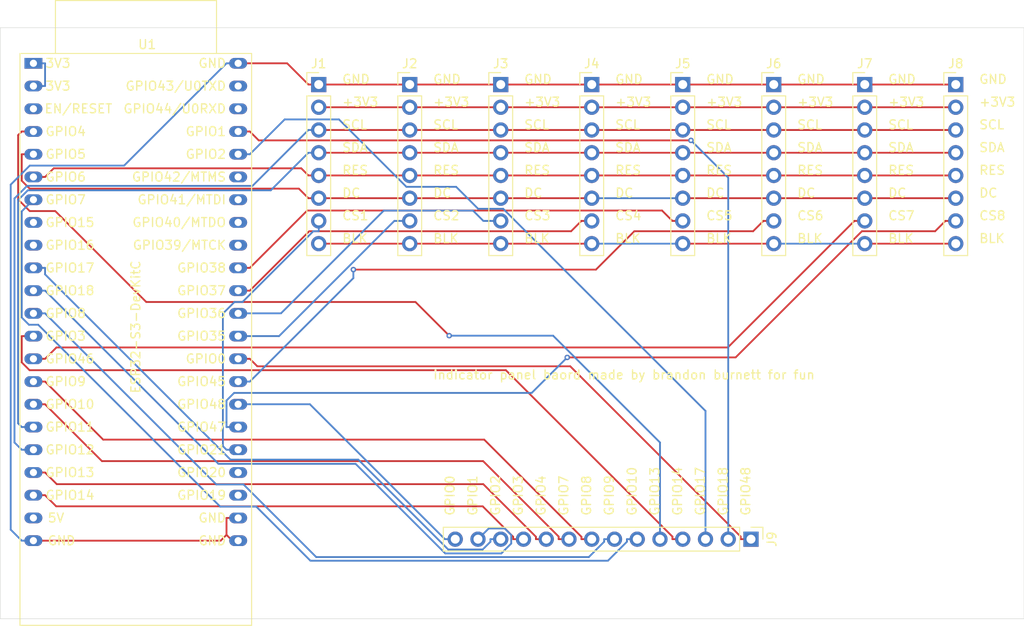
<source format=kicad_pcb>
(kicad_pcb (version 20221018) (generator pcbnew)
  (layers (0 "F.Cu" signal) (31 "B.Cu" signal) (34 "B.Paste" user) (35 "F.Paste" user) (36 "B.SilkS" user "B.Silkscreen") (37 "F.SilkS" user "F.Silkscreen") (38 "B.Mask" user) (39 "F.Mask" user) (44 "Edge.Cuts" user))
  (net 0 "")
  (net 1 "GND")
  (net 2 "+3V3")
  (net 3 "/SCL")
  (net 4 "/SDA")
  (net 5 "/RES")
  (net 6 "/DC")
  (net 7 "/CS1")
  (net 8 "/BLK")
  (net 9 "/CS2")
  (net 10 "/CS3")
  (net 11 "/CS4")
  (net 12 "/CS5")
  (net 13 "/CS6")
  (net 14 "/CS7")
  (net 15 "/CS8")
  (net 16 "/GPIO0")
  (net 17 "/GPIO1")
  (net 18 "/GPIO2")
  (net 19 "/GPIO3")
  (net 20 "/GPIO4")
  (net 21 "/GPIO7")
  (net 22 "/GPIO8")
  (net 23 "/GPIO9")
  (net 24 "/GPIO10")
  (net 25 "/GPIO13")
  (net 26 "/GPIO14")
  (net 27 "/GPIO17")
  (net 28 "/GPIO18")
  (net 29 "/GPIO48")
  (net 30 "+3.3V")
  (footprint "Connector_PinHeader_2.54mm:PinHeader_1x08_P2.54mm_Vertical" (layer "F.Cu") (at 78.74 43.18)
    (fp_text reference "J2" (at 0 -2.33) (layer "F.SilkS"))
    (fp_text value "OLED2")
    (pad "1" thru_hole rect (at 0 0) (size 1.7 1.7) (drill 1) (layers "*.Cu" "*.Mask") (net 1 "GND"))
    (pad "2" thru_hole oval (at 0 2.54) (size 1.7 1.7) (drill 1) (layers "*.Cu" "*.Mask") (net 2 "+3V3"))
    (pad "3" thru_hole oval (at 0 5.08) (size 1.7 1.7) (drill 1) (layers "*.Cu" "*.Mask") (net 3 "/SCL"))
    (pad "4" thru_hole oval (at 0 7.62) (size 1.7 1.7) (drill 1) (layers "*.Cu" "*.Mask") (net 4 "/SDA"))
    (pad "5" thru_hole oval (at 0 10.16) (size 1.7 1.7) (drill 1) (layers "*.Cu" "*.Mask") (net 5 "/RES"))
    (pad "6" thru_hole oval (at 0 12.7) (size 1.7 1.7) (drill 1) (layers "*.Cu" "*.Mask") (net 6 "/DC"))
    (pad "7" thru_hole oval (at 0 15.24) (size 1.7 1.7) (drill 1) (layers "*.Cu" "*.Mask") (net 9 "/CS2"))
    (pad "8" thru_hole oval (at 0 17.78) (size 1.7 1.7) (drill 1) (layers "*.Cu" "*.Mask") (net 8 "/BLK"))
  )
  (footprint "Connector_PinHeader_2.54mm:PinHeader_1x08_P2.54mm_Vertical" (layer "F.Cu") (at 88.9 43.18)
    (fp_text reference "J3" (at 0 -2.33) (layer "F.SilkS"))
    (fp_text value "OLED3")
    (pad "1" thru_hole rect (at 0 0) (size 1.7 1.7) (drill 1) (layers "*.Cu" "*.Mask") (net 1 "GND"))
    (pad "2" thru_hole oval (at 0 2.54) (size 1.7 1.7) (drill 1) (layers "*.Cu" "*.Mask") (net 2 "+3V3"))
    (pad "3" thru_hole oval (at 0 5.08) (size 1.7 1.7) (drill 1) (layers "*.Cu" "*.Mask") (net 3 "/SCL"))
    (pad "4" thru_hole oval (at 0 7.62) (size 1.7 1.7) (drill 1) (layers "*.Cu" "*.Mask") (net 4 "/SDA"))
    (pad "5" thru_hole oval (at 0 10.16) (size 1.7 1.7) (drill 1) (layers "*.Cu" "*.Mask") (net 5 "/RES"))
    (pad "6" thru_hole oval (at 0 12.7) (size 1.7 1.7) (drill 1) (layers "*.Cu" "*.Mask") (net 6 "/DC"))
    (pad "7" thru_hole oval (at 0 15.24) (size 1.7 1.7) (drill 1) (layers "*.Cu" "*.Mask") (net 10 "/CS3"))
    (pad "8" thru_hole oval (at 0 17.78) (size 1.7 1.7) (drill 1) (layers "*.Cu" "*.Mask") (net 8 "/BLK"))
  )
  (footprint "Connector_PinHeader_2.54mm:PinHeader_1x08_P2.54mm_Vertical" (layer "F.Cu") (at 109.22 43.18)
    (fp_text reference "J5" (at 0 -2.33) (layer "F.SilkS"))
    (fp_text value "OLED5")
    (pad "1" thru_hole rect (at 0 0) (size 1.7 1.7) (drill 1) (layers "*.Cu" "*.Mask") (net 1 "GND"))
    (pad "2" thru_hole oval (at 0 2.54) (size 1.7 1.7) (drill 1) (layers "*.Cu" "*.Mask") (net 2 "+3V3"))
    (pad "3" thru_hole oval (at 0 5.08) (size 1.7 1.7) (drill 1) (layers "*.Cu" "*.Mask") (net 3 "/SCL"))
    (pad "4" thru_hole oval (at 0 7.62) (size 1.7 1.7) (drill 1) (layers "*.Cu" "*.Mask") (net 4 "/SDA"))
    (pad "5" thru_hole oval (at 0 10.16) (size 1.7 1.7) (drill 1) (layers "*.Cu" "*.Mask") (net 5 "/RES"))
    (pad "6" thru_hole oval (at 0 12.7) (size 1.7 1.7) (drill 1) (layers "*.Cu" "*.Mask") (net 6 "/DC"))
    (pad "7" thru_hole oval (at 0 15.24) (size 1.7 1.7) (drill 1) (layers "*.Cu" "*.Mask") (net 12 "/CS5"))
    (pad "8" thru_hole oval (at 0 17.78) (size 1.7 1.7) (drill 1) (layers "*.Cu" "*.Mask") (net 8 "/BLK"))
  )
  (footprint "Connector_PinHeader_2.54mm:PinHeader_1x08_P2.54mm_Vertical" (layer "F.Cu") (at 119.38 43.18)
    (fp_text reference "J6" (at 0 -2.33) (layer "F.SilkS"))
    (fp_text value "OLED6" hide)
    (pad "1" thru_hole rect (at 0 0) (size 1.7 1.7) (drill 1) (layers "*.Cu" "*.Mask") (net 1 "GND"))
    (pad "2" thru_hole oval (at 0 2.54) (size 1.7 1.7) (drill 1) (layers "*.Cu" "*.Mask") (net 2 "+3V3"))
    (pad "3" thru_hole oval (at 0 5.08) (size 1.7 1.7) (drill 1) (layers "*.Cu" "*.Mask") (net 3 "/SCL"))
    (pad "4" thru_hole oval (at 0 7.62) (size 1.7 1.7) (drill 1) (layers "*.Cu" "*.Mask") (net 4 "/SDA"))
    (pad "5" thru_hole oval (at 0 10.16) (size 1.7 1.7) (drill 1) (layers "*.Cu" "*.Mask") (net 5 "/RES"))
    (pad "6" thru_hole oval (at 0 12.7) (size 1.7 1.7) (drill 1) (layers "*.Cu" "*.Mask") (net 6 "/DC"))
    (pad "7" thru_hole oval (at 0 15.24) (size 1.7 1.7) (drill 1) (layers "*.Cu" "*.Mask") (net 13 "/CS6"))
    (pad "8" thru_hole oval (at 0 17.78) (size 1.7 1.7) (drill 1) (layers "*.Cu" "*.Mask") (net 8 "/BLK"))
  )
  (footprint "Connector_PinHeader_2.54mm:PinHeader_1x08_P2.54mm_Vertical" (layer "F.Cu") (at 99.06 43.18)
    (fp_text reference "J4" (at 0 -2.33) (layer "F.SilkS"))
    (fp_text value "OLED4")
    (pad "1" thru_hole rect (at 0 0) (size 1.7 1.7) (drill 1) (layers "*.Cu" "*.Mask") (net 1 "GND"))
    (pad "2" thru_hole oval (at 0 2.54) (size 1.7 1.7) (drill 1) (layers "*.Cu" "*.Mask") (net 2 "+3V3"))
    (pad "3" thru_hole oval (at 0 5.08) (size 1.7 1.7) (drill 1) (layers "*.Cu" "*.Mask") (net 3 "/SCL"))
    (pad "4" thru_hole oval (at 0 7.62) (size 1.7 1.7) (drill 1) (layers "*.Cu" "*.Mask") (net 4 "/SDA"))
    (pad "5" thru_hole oval (at 0 10.16) (size 1.7 1.7) (drill 1) (layers "*.Cu" "*.Mask") (net 5 "/RES"))
    (pad "6" thru_hole oval (at 0 12.7) (size 1.7 1.7) (drill 1) (layers "*.Cu" "*.Mask") (net 6 "/DC"))
    (pad "7" thru_hole oval (at 0 15.24) (size 1.7 1.7) (drill 1) (layers "*.Cu" "*.Mask") (net 11 "/CS4"))
    (pad "8" thru_hole oval (at 0 17.78) (size 1.7 1.7) (drill 1) (layers "*.Cu" "*.Mask") (net 8 "/BLK"))
  )
  (footprint "Connector_PinHeader_2.54mm:PinHeader_1x08_P2.54mm_Vertical" (layer "F.Cu") (at 129.54 43.18)
    (fp_text reference "J7" (at 0 -2.33) (layer "F.SilkS"))
    (fp_text value "OLED7" hide)
    (pad "1" thru_hole rect (at 0 0) (size 1.7 1.7) (drill 1) (layers "*.Cu" "*.Mask") (net 1 "GND"))
    (pad "2" thru_hole oval (at 0 2.54) (size 1.7 1.7) (drill 1) (layers "*.Cu" "*.Mask") (net 2 "+3V3"))
    (pad "3" thru_hole oval (at 0 5.08) (size 1.7 1.7) (drill 1) (layers "*.Cu" "*.Mask") (net 3 "/SCL"))
    (pad "4" thru_hole oval (at 0 7.62) (size 1.7 1.7) (drill 1) (layers "*.Cu" "*.Mask") (net 4 "/SDA"))
    (pad "5" thru_hole oval (at 0 10.16) (size 1.7 1.7) (drill 1) (layers "*.Cu" "*.Mask") (net 5 "/RES"))
    (pad "6" thru_hole oval (at 0 12.7) (size 1.7 1.7) (drill 1) (layers "*.Cu" "*.Mask") (net 6 "/DC"))
    (pad "7" thru_hole oval (at 0 15.24) (size 1.7 1.7) (drill 1) (layers "*.Cu" "*.Mask") (net 14 "/CS7"))
    (pad "8" thru_hole oval (at 0 17.78) (size 1.7 1.7) (drill 1) (layers "*.Cu" "*.Mask") (net 8 "/BLK"))
  )
  (footprint "Connector_PinHeader_2.54mm:PinHeader_1x08_P2.54mm_Vertical" (layer "F.Cu") (at 68.58 43.18)
    (fp_text reference "J1" (at 0 -2.33) (layer "F.SilkS"))
    (fp_text value "OLED1")
    (pad "1" thru_hole rect (at 0 0) (size 1.7 1.7) (drill 1) (layers "*.Cu" "*.Mask") (net 1 "GND"))
    (pad "2" thru_hole oval (at 0 2.54) (size 1.7 1.7) (drill 1) (layers "*.Cu" "*.Mask") (net 2 "+3V3"))
    (pad "3" thru_hole oval (at 0 5.08) (size 1.7 1.7) (drill 1) (layers "*.Cu" "*.Mask") (net 3 "/SCL"))
    (pad "4" thru_hole oval (at 0 7.62) (size 1.7 1.7) (drill 1) (layers "*.Cu" "*.Mask") (net 4 "/SDA"))
    (pad "5" thru_hole oval (at 0 10.16) (size 1.7 1.7) (drill 1) (layers "*.Cu" "*.Mask") (net 5 "/RES"))
    (pad "6" thru_hole oval (at 0 12.7) (size 1.7 1.7) (drill 1) (layers "*.Cu" "*.Mask") (net 6 "/DC"))
    (pad "7" thru_hole oval (at 0 15.24) (size 1.7 1.7) (drill 1) (layers "*.Cu" "*.Mask") (net 7 "/CS1"))
    (pad "8" thru_hole oval (at 0 17.78) (size 1.7 1.7) (drill 1) (layers "*.Cu" "*.Mask") (net 8 "/BLK"))
  )
  (footprint "Connector_PinHeader_2.54mm:PinHeader_1x14_P2.54mm_Vertical" (layer "F.Cu") (at 116.84 93.98 -90)
    (fp_text reference "J9" (at 0 -2.33 90) (layer "F.SilkS"))
    (fp_text value "Conn_01x14")
    (pad "1" thru_hole rect (at 0 0 270) (size 1.7 1.7) (drill 1) (layers "*.Cu" "*.Mask") (net 16 "/GPIO0"))
    (pad "2" thru_hole oval (at 0 2.54 270) (size 1.7 1.7) (drill 1) (layers "*.Cu" "*.Mask") (net 17 "/GPIO1"))
    (pad "3" thru_hole oval (at 0 5.08 270) (size 1.7 1.7) (drill 1) (layers "*.Cu" "*.Mask") (net 18 "/GPIO2"))
    (pad "4" thru_hole oval (at 0 7.62 270) (size 1.7 1.7) (drill 1) (layers "*.Cu" "*.Mask") (net 19 "/GPIO3"))
    (pad "5" thru_hole oval (at 0 10.16 270) (size 1.7 1.7) (drill 1) (layers "*.Cu" "*.Mask") (net 20 "/GPIO4"))
    (pad "6" thru_hole oval (at 0 12.7 270) (size 1.7 1.7) (drill 1) (layers "*.Cu" "*.Mask") (net 21 "/GPIO7"))
    (pad "7" thru_hole oval (at 0 15.24 270) (size 1.7 1.7) (drill 1) (layers "*.Cu" "*.Mask") (net 22 "/GPIO8"))
    (pad "8" thru_hole oval (at 0 17.78 270) (size 1.7 1.7) (drill 1) (layers "*.Cu" "*.Mask") (net 23 "/GPIO9"))
    (pad "9" thru_hole oval (at 0 20.32 270) (size 1.7 1.7) (drill 1) (layers "*.Cu" "*.Mask") (net 24 "/GPIO10"))
    (pad "10" thru_hole oval (at 0 22.86 270) (size 1.7 1.7) (drill 1) (layers "*.Cu" "*.Mask") (net 25 "/GPIO13"))
    (pad "11" thru_hole oval (at 0 25.4 270) (size 1.7 1.7) (drill 1) (layers "*.Cu" "*.Mask") (net 26 "/GPIO14"))
    (pad "12" thru_hole oval (at 0 27.94 270) (size 1.7 1.7) (drill 1) (layers "*.Cu" "*.Mask") (net 27 "/GPIO17"))
    (pad "13" thru_hole oval (at 0 30.48 270) (size 1.7 1.7) (drill 1) (layers "*.Cu" "*.Mask") (net 28 "/GPIO18"))
    (pad "14" thru_hole oval (at 0 33.02 270) (size 1.7 1.7) (drill 1) (layers "*.Cu" "*.Mask") (net 29 "/GPIO48"))
  )
  (footprint "PCM_Espressif:ESP32-S3-DevKitC" (layer "F.Cu") (at 36.725 40.8081)
    (fp_text reference "U1" (at 12.7 -2.1) (layer "F.SilkS"))
    (fp_text value "ESP32-S3-DevKitC" (at 11.42632 29.46128 90) (layer "F.SilkS"))
    (fp_text user "GPIO17" (at 1.27 22.86 unlocked) (layer "F.SilkS") (effects (justify left)))
    (fp_text user "3V3" (at 1.27 0 unlocked) (layer "F.SilkS") (effects (justify left)))
    (fp_text user "GPIO8" (at 1.27 27.94 unlocked) (layer "F.SilkS") (effects (justify left)))
    (fp_text user "GND" (at 21.59 53.34 unlocked) (layer "F.SilkS") (effects (justify right)))
    (fp_text user "GPIO46" (at 1.27 33.02 unlocked) (layer "F.SilkS") (effects (justify left)))
    (fp_text user "GND" (at 1.52032 53.33728 unlocked) (layer "F.SilkS") (effects (justify left)))
    (fp_text user "3V3" (at 1.27 2.54 unlocked) (layer "F.SilkS") (effects (justify left)))
    (fp_text user "GPIO14" (at 1.27 48.26 unlocked) (layer "F.SilkS") (effects (justify left)))
    (fp_text user "GND" (at 21.59 50.8 unlocked) (layer "F.SilkS") (effects (justify right)))
    (fp_text user "GPIO18" (at 1.27 25.4 unlocked) (layer "F.SilkS") (effects (justify left)))
    (fp_text user "GPIO37" (at 21.59 25.4 unlocked) (layer "F.SilkS") (effects (justify right)))
    (fp_text user "GPIO15" (at 1.27 17.78 unlocked) (layer "F.SilkS") (effects (justify left)))
    (fp_text user "GPIO13" (at 1.27 45.72 unlocked) (layer "F.SilkS") (effects (justify left)))
    (fp_text user "GPIO9" (at 1.27 35.56 unlocked) (layer "F.SilkS") (effects (justify left)))
    (fp_text user "GPIO21" (at 21.59 43.18 unlocked) (layer "F.SilkS") (effects (justify right)))
    (fp_text user "GPIO2" (at 21.59 10.16 unlocked) (layer "F.SilkS") (effects (justify right)))
    (fp_text user "GPIO41/MTDI" (at 21.59 15.24 unlocked) (layer "F.SilkS") (effects (justify right)))
    (fp_text user "GPIO44/U0RXD" (at 21.59 5.08 unlocked) (layer "F.SilkS") (effects (justify right)))
    (fp_text user "GPIO6" (at 1.27 12.7 unlocked) (layer "F.SilkS") (effects (justify left)))
    (fp_text user "GPIO43/U0TXD" (at 21.59 2.54 unlocked) (layer "F.SilkS") (effects (justify right)))
    (fp_text user "GPIO1" (at 21.59 7.62 unlocked) (layer "F.SilkS") (effects (justify right)))
    (fp_text user "GPIO19" (at 21.59 48.26 unlocked) (layer "F.SilkS") (effects (justify right)))
    (fp_text user "GPIO3" (at 1.27 30.48 unlocked) (layer "F.SilkS") (effects (justify left)))
    (fp_text user "5V" (at 1.52032 50.79728 unlocked) (layer "F.SilkS") (effects (justify left)))
    (fp_text user "GND" (at 21.59 0 unlocked) (layer "F.SilkS") (effects (justify right)))
    (fp_text user "GPIO12" (at 1.27 43.18 unlocked) (layer "F.SilkS") (effects (justify left)))
    (fp_text user "GPIO11" (at 1.27 40.64 unlocked) (layer "F.SilkS") (effects (justify left)))
    (fp_text user "GPIO0" (at 21.59 33.02 unlocked) (layer "F.SilkS") (effects (justify right)))
    (fp_text user "GPIO39/MTCK" (at 21.59 20.32 unlocked) (layer "F.SilkS") (effects (justify right)))
    (fp_text user "GPIO35" (at 21.59 30.48 unlocked) (layer "F.SilkS") (effects (justify right)))
    (fp_text user "GPIO42/MTMS" (at 21.59 12.7 unlocked) (layer "F.SilkS") (effects (justify right)))
    (fp_text user "GPIO7" (at 1.27 15.24 unlocked) (layer "F.SilkS") (effects (justify left)))
    (fp_text user "EN/RESET" (at 8.88632 5.07728 unlocked) (layer "F.SilkS") (effects (justify right)))
    (fp_text user "GPIO10" (at 1.27 38.1 unlocked) (layer "F.SilkS") (effects (justify left)))
    (fp_text user "GPIO47" (at 21.59 40.64 unlocked) (layer "F.SilkS") (effects (justify right)))
    (fp_text user "GPIO36" (at 21.59 27.94 unlocked) (layer "F.SilkS") (effects (justify right)))
    (fp_text user "GPIO16" (at 1.27 20.32 unlocked) (layer "F.SilkS") (effects (justify left)))
    (fp_text user "GPIO5" (at 1.27 10.16 unlocked) (layer "F.SilkS") (effects (justify left)))
    (fp_text user "GPIO38" (at 21.59 22.86 unlocked) (layer "F.SilkS") (effects (justify right)))
    (fp_text user "GPIO48" (at 21.59 38.1 unlocked) (layer "F.SilkS") (effects (justify right)))
    (fp_text user "GPIO20" (at 21.59 45.72 unlocked) (layer "F.SilkS") (effects (justify right)))
    (fp_text user "GPIO40/MTDO" (at 21.59 17.78 unlocked) (layer "F.SilkS") (effects (justify right)))
    (fp_text user "GPIO45" (at 21.59 35.56 unlocked) (layer "F.SilkS") (effects (justify right)))
    (fp_text user "GPIO4" (at 1.27 7.62 unlocked) (layer "F.SilkS") (effects (justify left)))
    (pad "1" thru_hole rect (at 0 0 270) (size 1.2 2) (drill 0.8) (layers "*.Cu" "*.Mask") (net 30 "+3.3V"))
    (pad "2" thru_hole oval (at 0 2.54 270) (size 1.2 2) (drill 0.8) (layers "*.Cu" "*.Mask") (net 30 "+3.3V"))
    (pad "3" thru_hole oval (at 0 5.08 270) (size 1.2 2) (drill 0.8) (layers "*.Cu" "*.Mask"))
    (pad "4" thru_hole oval (at 0 7.62 270) (size 1.2 2) (drill 0.8) (layers "*.Cu" "*.Mask") (net 20 "/GPIO4"))
    (pad "5" thru_hole oval (at 0 10.16 270) (size 1.2 2) (drill 0.8) (layers "*.Cu" "*.Mask") (net 6 "/DC"))
    (pad "6" thru_hole oval (at 0 12.7 270) (size 1.2 2) (drill 0.8) (layers "*.Cu" "*.Mask") (net 5 "/RES"))
    (pad "7" thru_hole oval (at 0 15.24 270) (size 1.2 2) (drill 0.8) (layers "*.Cu" "*.Mask") (net 21 "/GPIO7"))
    (pad "8" thru_hole oval (at 0 17.78 270) (size 1.2 2) (drill 0.8) (layers "*.Cu" "*.Mask"))
    (pad "9" thru_hole oval (at 0 20.32 270) (size 1.2 2) (drill 0.8) (layers "*.Cu" "*.Mask"))
    (pad "10" thru_hole oval (at 0 22.86 270) (size 1.2 2) (drill 0.8) (layers "*.Cu" "*.Mask") (net 27 "/GPIO17"))
    (pad "11" thru_hole oval (at 0 25.4 270) (size 1.2 2) (drill 0.8) (layers "*.Cu" "*.Mask") (net 28 "/GPIO18"))
    (pad "12" thru_hole oval (at 0 27.94 270) (size 1.2 2) (drill 0.8) (layers "*.Cu" "*.Mask") (net 22 "/GPIO8"))
    (pad "13" thru_hole oval (at 0 30.48 270) (size 1.2 2) (drill 0.8) (layers "*.Cu" "*.Mask") (net 19 "/GPIO3"))
    (pad "14" thru_hole oval (at 0 33.02 270) (size 1.2 2) (drill 0.8) (layers "*.Cu" "*.Mask") (net 14 "/CS7"))
    (pad "15" thru_hole oval (at 0 35.56 270) (size 1.2 2) (drill 0.8) (layers "*.Cu" "*.Mask") (net 23 "/GPIO9"))
    (pad "16" thru_hole oval (at 0 38.1 270) (size 1.2 2) (drill 0.8) (layers "*.Cu" "*.Mask") (net 24 "/GPIO10"))
    (pad "17" thru_hole oval (at 0 40.64 270) (size 1.2 2) (drill 0.8) (layers "*.Cu" "*.Mask") (net 4 "/SDA"))
    (pad "18" thru_hole oval (at 0 43.18 270) (size 1.2 2) (drill 0.8) (layers "*.Cu" "*.Mask") (net 3 "/SCL"))
    (pad "19" thru_hole oval (at 0 45.72 270) (size 1.2 2) (drill 0.8) (layers "*.Cu" "*.Mask") (net 25 "/GPIO13"))
    (pad "20" thru_hole oval (at -0.00368 48.25728 270) (size 1.2 2) (drill 0.8) (layers "*.Cu" "*.Mask") (net 26 "/GPIO14"))
    (pad "21" thru_hole oval (at -0.00368 50.79728 270) (size 1.2 2) (drill 0.8) (layers "*.Cu" "*.Mask"))
    (pad "22" thru_hole oval (at -0.00368 53.33728 270) (size 1.2 2) (drill 0.8) (layers "*.Cu" "*.Mask") (net 1 "GND"))
    (pad "23" thru_hole oval (at 22.86 53.34 270) (size 1.2 2) (drill 0.8) (layers "*.Cu" "*.Mask") (net 1 "GND"))
    (pad "24" thru_hole oval (at 22.86 50.8 270) (size 1.2 2) (drill 0.8) (layers "*.Cu" "*.Mask") (net 1 "GND"))
    (pad "25" thru_hole oval (at 22.86 48.26 270) (size 1.2 2) (drill 0.8) (layers "*.Cu" "*.Mask"))
    (pad "26" thru_hole oval (at 22.86 45.72 270) (size 1.2 2) (drill 0.8) (layers "*.Cu" "*.Mask"))
    (pad "27" thru_hole oval (at 22.86 43.18 270) (size 1.2 2) (drill 0.8) (layers "*.Cu" "*.Mask") (net 7 "/CS1"))
    (pad "28" thru_hole oval (at 22.86 40.64 270) (size 1.2 2) (drill 0.8) (layers "*.Cu" "*.Mask") (net 15 "/CS8"))
    (pad "29" thru_hole oval (at 22.86 38.1 270) (size 1.2 2) (drill 0.8) (layers "*.Cu" "*.Mask") (net 29 "/GPIO48"))
    (pad "30" thru_hole oval (at 22.86 35.56 270) (size 1.2 2) (drill 0.8) (layers "*.Cu" "*.Mask") (net 13 "/CS6"))
    (pad "31" thru_hole oval (at 22.86 33.02 270) (size 1.2 2) (drill 0.8) (layers "*.Cu" "*.Mask") (net 16 "/GPIO0"))
    (pad "32" thru_hole oval (at 22.86 30.48 270) (size 1.2 2) (drill 0.8) (layers "*.Cu" "*.Mask") (net 9 "/CS2"))
    (pad "33" thru_hole oval (at 22.86 27.94 270) (size 1.2 2) (drill 0.8) (layers "*.Cu" "*.Mask") (net 10 "/CS3"))
    (pad "34" thru_hole oval (at 22.86 25.4 270) (size 1.2 2) (drill 0.8) (layers "*.Cu" "*.Mask") (net 11 "/CS4"))
    (pad "35" thru_hole oval (at 22.86 22.86 270) (size 1.2 2) (drill 0.8) (layers "*.Cu" "*.Mask") (net 12 "/CS5"))
    (pad "36" thru_hole oval (at 22.86 20.32 270) (size 1.2 2) (drill 0.8) (layers "*.Cu" "*.Mask"))
    (pad "37" thru_hole oval (at 22.86 17.78 270) (size 1.2 2) (drill 0.8) (layers "*.Cu" "*.Mask"))
    (pad "38" thru_hole oval (at 22.86 15.24 270) (size 1.2 2) (drill 0.8) (layers "*.Cu" "*.Mask"))
    (pad "39" thru_hole oval (at 22.86 12.7 270) (size 1.2 2) (drill 0.8) (layers "*.Cu" "*.Mask"))
    (pad "40" thru_hole oval (at 22.86 10.16 270) (size 1.2 2) (drill 0.8) (layers "*.Cu" "*.Mask") (net 18 "/GPIO2"))
    (pad "41" thru_hole oval (at 22.86 7.62 270) (size 1.2 2) (drill 0.8) (layers "*.Cu" "*.Mask") (net 17 "/GPIO1"))
    (pad "42" thru_hole oval (at 22.86 5.08 270) (size 1.2 2) (drill 0.8) (layers "*.Cu" "*.Mask"))
    (pad "43" thru_hole oval (at 22.86 2.54 270) (size 1.2 2) (drill 0.8) (layers "*.Cu" "*.Mask"))
    (pad "44" thru_hole oval (at 22.86 0 270) (size 1.2 2) (drill 0.8) (layers "*.Cu" "*.Mask") (net 1 "GND"))
  )
  (footprint "Connector_PinHeader_2.54mm:PinHeader_1x08_P2.54mm_Vertical" (layer "F.Cu") (at 139.7 43.18)
    (fp_text reference "J8" (at 0 -2.33) (layer "F.SilkS"))
    (fp_text value "OLED8")
    (pad "1" thru_hole rect (at 0 0) (size 1.7 1.7) (drill 1) (layers "*.Cu" "*.Mask") (net 1 "GND"))
    (pad "2" thru_hole oval (at 0 2.54) (size 1.7 1.7) (drill 1) (layers "*.Cu" "*.Mask") (net 2 "+3V3"))
    (pad "3" thru_hole oval (at 0 5.08) (size 1.7 1.7) (drill 1) (layers "*.Cu" "*.Mask") (net 3 "/SCL"))
    (pad "4" thru_hole oval (at 0 7.62) (size 1.7 1.7) (drill 1) (layers "*.Cu" "*.Mask") (net 4 "/SDA"))
    (pad "5" thru_hole oval (at 0 10.16) (size 1.7 1.7) (drill 1) (layers "*.Cu" "*.Mask") (net 5 "/RES"))
    (pad "6" thru_hole oval (at 0 12.7) (size 1.7 1.7) (drill 1) (layers "*.Cu" "*.Mask") (net 6 "/DC"))
    (pad "7" thru_hole oval (at 0 15.24) (size 1.7 1.7) (drill 1) (layers "*.Cu" "*.Mask") (net 15 "/CS8"))
    (pad "8" thru_hole oval (at 0 17.78) (size 1.7 1.7) (drill 1) (layers "*.Cu" "*.Mask") (net 8 "/BLK"))
  )
  (gr_rect (start 33.02 36.83) (end 147.32 102.87) (stroke (width 0.05)) (fill none) (layer "Edge.Cuts"))
  (gr_text "CS4" (at 101.6 58.42) (layer "F.SilkS") (effects (font (size 1 1)) (justify left bottom)))
  (gr_text "+3V3" (at 121.92 45.72) (layer "F.SilkS") (effects (font (size 1 1)) (justify left bottom)))
  (gr_text "RES" (at 111.76 53.34) (layer "F.SilkS") (effects (font (size 1 1)) (justify left bottom)))
  (gr_text "GPIO17" (at 111.76 91.44 90) (layer "F.SilkS") (effects (font (size 1 1)) (justify left bottom)))
  (gr_text "BLK\n" (at 132.08 60.96) (layer "F.SilkS") (effects (font (size 1 1)) (justify left bottom)))
  (gr_text "CS7" (at 132.08 58.42) (layer "F.SilkS") (effects (font (size 1 1)) (justify left bottom)))
  (gr_text "GND" (at 111.76 43.18) (layer "F.SilkS") (effects (font (size 1 1)) (justify left bottom)))
  (gr_text "+3V3" (at 101.6 45.72) (layer "F.SilkS") (effects (font (size 1 1)) (justify left bottom)))
  (gr_text "GND" (at 71.12 43.18) (layer "F.SilkS") (effects (font (size 1 1)) (justify left bottom)))
  (gr_text "CS5" (at 111.76 58.42) (layer "F.SilkS") (effects (font (size 1 1)) (justify left bottom)))
  (gr_text "GND" (at 81.28 43.18) (layer "F.SilkS") (effects (font (size 1 1)) (justify left bottom)))
  (gr_text "SDA" (at 132.08 50.8) (layer "F.SilkS") (effects (font (size 1 1)) (justify left bottom)))
  (gr_text "SDA" (at 71.12 50.8) (layer "F.SilkS") (effects (font (size 1 1)) (justify left bottom)))
  (gr_text "RES" (at 101.6 53.34) (layer "F.SilkS") (effects (font (size 1 1)) (justify left bottom)))
  (gr_text "DC" (at 142.24 55.88) (layer "F.SilkS") (effects (font (size 1 1)) (justify left bottom)))
  (gr_text "SCL" (at 142.24 48.26) (layer "F.SilkS") (effects (font (size 1 1)) (justify left bottom)))
  (gr_text "SDA" (at 81.28 50.8) (layer "F.SilkS") (effects (font (size 1 1)) (justify left bottom)))
  (gr_text "RES" (at 81.28 53.34) (layer "F.SilkS") (effects (font (size 1 1)) (justify left bottom)))
  (gr_text "GPIO48" (at 116.84 91.44 90) (layer "F.SilkS") (effects (font (size 1 1)) (justify left bottom)))
  (gr_text "BLK\n" (at 81.28 60.96) (layer "F.SilkS") (effects (font (size 1 1)) (justify left bottom)))
  (gr_text "DC" (at 91.44 55.88) (layer "F.SilkS") (effects (font (size 1 1)) (justify left bottom)))
  (gr_text "GPIO13" (at 106.68 91.44 90) (layer "F.SilkS") (effects (font (size 1 1)) (justify left bottom)))
  (gr_text "SDA" (at 101.6 50.8) (layer "F.SilkS") (effects (font (size 1 1)) (justify left bottom)))
  (gr_text "+3V3" (at 71.12 45.72) (layer "F.SilkS") (effects (font (size 1 1)) (justify left bottom)))
  (gr_text "DC" (at 81.28 55.88) (layer "F.SilkS") (effects (font (size 1 1)) (justify left bottom)))
  (gr_text "BLK\n" (at 91.44 60.96) (layer "F.SilkS") (effects (font (size 1 1)) (justify left bottom)))
  (gr_text "SCL" (at 91.44 48.26) (layer "F.SilkS") (effects (font (size 1 1)) (justify left bottom)))
  (gr_text "GND" (at 132.08 43.18) (layer "F.SilkS") (effects (font (size 1 1)) (justify left bottom)))
  (gr_text "RES" (at 132.08 53.34) (layer "F.SilkS") (effects (font (size 1 1)) (justify left bottom)))
  (gr_text "GPIO0" (at 83.82 91.44 90) (layer "F.SilkS") (effects (font (size 1 1)) (justify left bottom)))
  (gr_text "GPIO2" (at 88.9 91.44 90) (layer "F.SilkS") (effects (font (size 1 1)) (justify left bottom)))
  (gr_text "SCL" (at 111.76 48.26) (layer "F.SilkS") (effects (font (size 1 1)) (justify left bottom)))
  (gr_text "SCL" (at 101.6 48.26) (layer "F.SilkS") (effects (font (size 1 1)) (justify left bottom)))
  (gr_text "CS2" (at 81.28 58.42) (layer "F.SilkS") (effects (font (size 1 1)) (justify left bottom)))
  (gr_text "RES" (at 91.44 53.34) (layer "F.SilkS") (effects (font (size 1 1)) (justify left bottom)))
  (gr_text "+3V3" (at 91.44 45.72) (layer "F.SilkS") (effects (font (size 1 1)) (justify left bottom)))
  (gr_text "CS8" (at 142.24 58.42) (layer "F.SilkS") (effects (font (size 1 1)) (justify left bottom)))
  (gr_text "SDA" (at 142.24 50.8) (layer "F.SilkS") (effects (font (size 1 1)) (justify left bottom)))
  (gr_text "SDA" (at 91.44 50.8) (layer "F.SilkS") (effects (font (size 1 1)) (justify left bottom)))
  (gr_text "CS3" (at 91.44 58.42) (layer "F.SilkS") (effects (font (size 1 1)) (justify left bottom)))
  (gr_text "BLK\n" (at 121.92 60.96) (layer "F.SilkS") (effects (font (size 1 1)) (justify left bottom)))
  (gr_text "indicator panel baord made by brandon burnett for fun" (at 81.28 76.2) (layer "F.SilkS") (effects (font (size 1 1)) (justify left bottom)))
  (gr_text "GPIO7" (at 96.52 91.44 90) (layer "F.SilkS") (effects (font (size 1 1)) (justify left bottom)))
  (gr_text "RES" (at 121.92 53.34) (layer "F.SilkS") (effects (font (size 1 1)) (justify left bottom)))
  (gr_text "SDA" (at 121.92 50.8) (layer "F.SilkS") (effects (font (size 1 1)) (justify left bottom)))
  (gr_text "GND" (at 91.44 43.18) (layer "F.SilkS") (effects (font (size 1 1)) (justify left bottom)))
  (gr_text "BLK\n" (at 111.76 60.96) (layer "F.SilkS") (effects (font (size 1 1)) (justify left bottom)))
  (gr_text "GPIO18" (at 114.3 91.44 90) (layer "F.SilkS") (effects (font (size 1 1)) (justify left bottom)))
  (gr_text "DC" (at 132.08 55.88) (layer "F.SilkS") (effects (font (size 1 1)) (justify left bottom)))
  (gr_text "CS6" (at 121.92 58.42) (layer "F.SilkS") (effects (font (size 1 1)) (justify left bottom)))
  (gr_text "GPIO8" (at 99.06 91.44 90) (layer "F.SilkS") (effects (font (size 1 1)) (justify left bottom)))
  (gr_text "BLK\n" (at 142.24 60.96) (layer "F.SilkS") (effects (font (size 1 1)) (justify left bottom)))
  (gr_text "DC" (at 111.76 55.88) (layer "F.SilkS") (effects (font (size 1 1)) (justify left bottom)))
  (gr_text "DC" (at 71.12 55.88) (layer "F.SilkS") (effects (font (size 1 1)) (justify left bottom)))
  (gr_text "BLK\n" (at 71.12 60.96) (layer "F.SilkS") (effects (font (size 1 1)) (justify left bottom)))
  (gr_text "GPIO4" (at 93.98 91.44 90) (layer "F.SilkS") (effects (font (size 1 1)) (justify left bottom)))
  (gr_text "DC" (at 101.6 55.88) (layer "F.SilkS") (effects (font (size 1 1)) (justify left bottom)))
  (gr_text "+3V3" (at 132.08 45.72) (layer "F.SilkS") (effects (font (size 1 1)) (justify left bottom)))
  (gr_text "DC" (at 121.92 55.88) (layer "F.SilkS") (effects (font (size 1 1)) (justify left bottom)))
  (gr_text "GPIO3" (at 91.44 91.44 90) (layer "F.SilkS") (effects (font (size 1 1)) (justify left bottom)))
  (gr_text "SDA" (at 111.76 50.8) (layer "F.SilkS") (effects (font (size 1 1)) (justify left bottom)))
  (gr_text "GND" (at 101.6 43.18) (layer "F.SilkS") (effects (font (size 1 1)) (justify left bottom)))
  (gr_text "GPIO1" (at 86.36 91.44 90) (layer "F.SilkS") (effects (font (size 1 1)) (justify left bottom)))
  (gr_text "BLK\n" (at 101.6 60.96) (layer "F.SilkS") (effects (font (size 1 1)) (justify left bottom)))
  (gr_text "GND" (at 121.92 43.18) (layer "F.SilkS") (effects (font (size 1 1)) (justify left bottom)))
  (gr_text "CS1" (at 71.12 58.42) (layer "F.SilkS") (effects (font (size 1 1)) (justify left bottom)))
  (gr_text "GPIO10" (at 104.14 91.44 90) (layer "F.SilkS") (effects (font (size 1 1)) (justify left bottom)))
  (gr_text "GPIO9" (at 101.6 91.44 90) (layer "F.SilkS") (effects (font (size 1 1)) (justify left bottom)))
  (gr_text "SCL" (at 71.12 48.26) (layer "F.SilkS") (effects (font (size 1 1)) (justify left bottom)))
  (gr_text "GND" (at 142.24 43.18) (layer "F.SilkS") (effects (font (size 1 1)) (justify left bottom)))
  (gr_text "RES" (at 71.12 53.34) (layer "F.SilkS") (effects (font (size 1 1)) (justify left bottom)))
  (gr_text "SCL" (at 121.92 48.26) (layer "F.SilkS") (effects (font (size 1 1)) (justify left bottom)))
  (gr_text "RES" (at 142.24 53.34) (layer "F.SilkS") (effects (font (size 1 1)) (justify left bottom)))
  (gr_text "SCL" (at 81.28 48.26) (layer "F.SilkS") (effects (font (size 1 1)) (justify left bottom)))
  (gr_text "+3V3" (at 111.76 45.72) (layer "F.SilkS") (effects (font (size 1 1)) (justify left bottom)))
  (gr_text "+3V3" (at 81.28 45.72) (layer "F.SilkS") (effects (font (size 1 1)) (justify left bottom)))
  (gr_text "+3V3" (at 142.24 45.72) (layer "F.SilkS") (effects (font (size 1 1)) (justify left bottom)))
  (gr_text "SCL" (at 132.08 48.26) (layer "F.SilkS") (effects (font (size 1 1)) (justify left bottom)))
  (gr_text "GPIO14" (at 109.22 91.44 90) (layer "F.SilkS") (effects (font (size 1 1)) (justify left bottom)))
  (segment (start 36.7213 94.1454) (end 57.6348 94.1454) (width 0.2) (layer "F.Cu") (net 1))
  (segment (start 58.9341 94.1481) (end 58.2831 93.4971) (width 0.2) (layer "F.Cu") (net 1))
  (segment (start 59.585 91.6081) (end 58.2831 91.6081) (width 0.2) (layer "F.Cu") (net 1))
  (segment (start 109.22 43.18) (end 119.38 43.18) (width 0.2) (layer "F.Cu") (net 1))
  (segment (start 67.4281 43.18) (end 65.0562 40.8081) (width 0.2) (layer "F.Cu") (net 1))
  (segment (start 65.0562 40.8081) (end 59.585 40.8081) (width 0.2) (layer "F.Cu") (net 1))
  (segment (start 68.58 43.18) (end 67.4281 43.18) (width 0.2) (layer "F.Cu") (net 1))
  (segment (start 78.74 43.18) (end 88.9 43.18) (width 0.2) (layer "F.Cu") (net 1))
  (segment (start 129.54 43.18) (end 139.7 43.18) (width 0.2) (layer "F.Cu") (net 1))
  (segment (start 78.74 43.18) (end 68.58 43.18) (width 0.2) (layer "F.Cu") (net 1))
  (segment (start 119.38 43.18) (end 129.54 43.18) (width 0.2) (layer "F.Cu") (net 1))
  (segment (start 88.9 43.18) (end 99.06 43.18) (width 0.2) (layer "F.Cu") (net 1))
  (segment (start 99.06 43.18) (end 109.22 43.18) (width 0.2) (layer "F.Cu") (net 1))
  (segment (start 58.2831 93.4971) (end 58.2831 91.6081) (width 0.2) (layer "F.Cu") (net 1))
  (segment (start 59.585 94.1481) (end 58.9341 94.1481) (width 0.2) (layer "F.Cu") (net 1))
  (segment (start 57.6348 94.1454) (end 58.2831 93.4971) (width 0.2) (layer "F.Cu") (net 1))
  (segment (start 36.317 52.2381) (end 34.189 54.3661) (width 0.2) (layer "B.Cu") (net 1))
  (segment (start 34.189 92.915) (end 35.4194 94.1454) (width 0.2) (layer "B.Cu") (net 1))
  (segment (start 58.2831 40.8081) (end 46.8531 52.2381) (width 0.2) (layer "B.Cu") (net 1))
  (segment (start 59.585 40.8081) (end 58.2831 40.8081) (width 0.2) (layer "B.Cu") (net 1))
  (segment (start 46.8531 52.2381) (end 36.317 52.2381) (width 0.2) (layer "B.Cu") (net 1))
  (segment (start 36.7213 94.1454) (end 35.4194 94.1454) (width 0.2) (layer "B.Cu") (net 1))
  (segment (start 34.189 54.3661) (end 34.189 92.915) (width 0.2) (layer "B.Cu") (net 1))
  (segment (start 88.9 45.72) (end 99.06 45.72) (width 0.2) (layer "F.Cu") (net 2))
  (segment (start 109.22 45.72) (end 119.38 45.72) (width 0.2) (layer "F.Cu") (net 2))
  (segment (start 68.58 45.72) (end 78.74 45.72) (width 0.2) (layer "F.Cu") (net 2))
  (segment (start 78.74 45.72) (end 88.9 45.72) (width 0.2) (layer "F.Cu") (net 2))
  (segment (start 99.06 45.72) (end 109.22 45.72) (width 0.2) (layer "F.Cu") (net 2))
  (segment (start 119.38 45.72) (end 129.54 45.72) (width 0.2) (layer "F.Cu") (net 2))
  (segment (start 129.54 45.72) (end 139.7 45.72) (width 0.2) (layer "F.Cu") (net 2))
  (segment (start 99.06 48.26) (end 109.22 48.26) (width 0.2) (layer "F.Cu") (net 3))
  (segment (start 109.22 48.26) (end 118.2281 48.26) (width 0.2) (layer "F.Cu") (net 3))
  (segment (start 119.38 48.26) (end 129.54 48.26) (width 0.2) (layer "F.Cu") (net 3))
  (segment (start 78.74 48.26) (end 88.9 48.26) (width 0.2) (layer "F.Cu") (net 3))
  (segment (start 129.54 48.26) (end 139.7 48.26) (width 0.2) (layer "F.Cu") (net 3))
  (segment (start 88.9 48.26) (end 99.06 48.26) (width 0.2) (layer "F.Cu") (net 3))
  (segment (start 68.58 48.26) (end 78.74 48.26) (width 0.2) (layer "F.Cu") (net 3))
  (segment (start 119.38 48.26) (end 118.2281 48.26) (width 0.2) (layer "F.Cu") (net 3))
  (segment (start 34.6124 55.9095) (end 34.6124 83.1774) (width 0.2) (layer "B.Cu") (net 3))
  (segment (start 36.725 83.9881) (end 35.4231 83.9881) (width 0.2) (layer "B.Cu") (net 3))
  (segment (start 36.0172 54.5047) (end 34.6124 55.9095) (width 0.2) (layer "B.Cu") (net 3))
  (segment (start 34.6124 83.1774) (end 35.4231 83.9881) (width 0.2) (layer "B.Cu") (net 3))
  (segment (start 68.58 48.26) (end 67.4281 48.26) (width 0.2) (layer "B.Cu") (net 3))
  (segment (start 67.4281 48.26) (end 61.1834 54.5047) (width 0.2) (layer "B.Cu") (net 3))
  (segment (start 61.1834 54.5047) (end 36.0172 54.5047) (width 0.2) (layer "B.Cu") (net 3))
  (segment (start 119.38 50.8) (end 118.2281 50.8) (width 0.2) (layer "F.Cu") (net 4))
  (segment (start 109.22 50.8) (end 118.2281 50.8) (width 0.2) (layer "F.Cu") (net 4))
  (segment (start 119.38 50.8) (end 129.54 50.8) (width 0.2) (layer "F.Cu") (net 4))
  (segment (start 99.06 50.8) (end 109.22 50.8) (width 0.2) (layer "F.Cu") (net 4))
  (segment (start 88.9 50.8) (end 99.06 50.8) (width 0.2) (layer "F.Cu") (net 4))
  (segment (start 129.54 50.8) (end 139.7 50.8) (width 0.2) (layer "F.Cu") (net 4))
  (segment (start 68.58 50.8) (end 78.74 50.8) (width 0.2) (layer "F.Cu") (net 4))
  (segment (start 78.74 50.8) (end 88.9 50.8) (width 0.2) (layer "F.Cu") (net 4))
  (segment (start 35.4231 81.4481) (end 35.0145 81.0395) (width 0.2) (layer "B.Cu") (net 4))
  (segment (start 36.725 81.4481) (end 35.4231 81.4481) (width 0.2) (layer "B.Cu") (net 4))
  (segment (start 35.0145 56.0831) (end 36.096 55.0016) (width 0.2) (layer "B.Cu") (net 4))
  (segment (start 36.096 55.0016) (end 63.2265 55.0016) (width 0.2) (layer "B.Cu") (net 4))
  (segment (start 63.2265 55.0016) (end 67.4281 50.8) (width 0.2) (layer "B.Cu") (net 4))
  (segment (start 35.0145 81.0395) (end 35.0145 56.0831) (width 0.2) (layer "B.Cu") (net 4))
  (segment (start 68.58 50.8) (end 67.4281 50.8) (width 0.2) (layer "B.Cu") (net 4))
  (segment (start 78.74 53.34) (end 68.58 53.34) (width 0.2) (layer "F.Cu") (net 5))
  (segment (start 119.38 53.34) (end 129.54 53.34) (width 0.2) (layer "F.Cu") (net 5))
  (segment (start 78.74 53.34) (end 88.9 53.34) (width 0.2) (layer "F.Cu") (net 5))
  (segment (start 88.9 53.34) (end 99.06 53.34) (width 0.2) (layer "F.Cu") (net 5))
  (segment (start 68.58 53.34) (end 67.4281 53.34) (width 0.2) (layer "F.Cu") (net 5))
  (segment (start 36.725 53.5081) (end 38.0269 53.5081) (width 0.2) (layer "F.Cu") (net 5))
  (segment (start 38.0269 53.5081) (end 38.9921 52.5429) (width 0.2) (layer "F.Cu") (net 5))
  (segment (start 99.06 53.34) (end 109.22 53.34) (width 0.2) (layer "F.Cu") (net 5))
  (segment (start 109.22 53.34) (end 119.38 53.34) (width 0.2) (layer "F.Cu") (net 5))
  (segment (start 129.54 53.34) (end 139.7 53.34) (width 0.2) (layer "F.Cu") (net 5))
  (segment (start 66.631 52.5429) (end 67.4281 53.34) (width 0.2) (layer "F.Cu") (net 5))
  (segment (start 38.9921 52.5429) (end 66.631 52.5429) (width 0.2) (layer "F.Cu") (net 5))
  (segment (start 35.4231 53.9313) (end 35.4231 50.9681) (width 0.2) (layer "F.Cu") (net 6))
  (segment (start 68.58 55.88) (end 67.4281 55.88) (width 0.2) (layer "F.Cu") (net 6))
  (segment (start 78.74 55.88) (end 88.9 55.88) (width 0.2) (layer "F.Cu") (net 6))
  (segment (start 36.725 50.9681) (end 35.4231 50.9681) (width 0.2) (layer "F.Cu") (net 6))
  (segment (start 36.3024 54.8106) (end 35.4231 53.9313) (width 0.2) (layer "F.Cu") (net 6))
  (segment (start 119.38 55.88) (end 129.54 55.88) (width 0.2) (layer "F.Cu") (net 6))
  (segment (start 78.74 55.88) (end 68.58 55.88) (width 0.2) (layer "F.Cu") (net 6))
  (segment (start 67.4281 55.88) (end 66.3587 54.8106) (width 0.2) (layer "F.Cu") (net 6))
  (segment (start 129.54 55.88) (end 139.7 55.88) (width 0.2) (layer "F.Cu") (net 6))
  (segment (start 109.22 55.88) (end 119.38 55.88) (width 0.2) (layer "F.Cu") (net 6))
  (segment (start 66.3587 54.8106) (end 36.3024 54.8106) (width 0.2) (layer "F.Cu") (net 6))
  (segment (start 88.9 55.88) (end 99.06 55.88) (width 0.2) (layer "F.Cu") (net 6))
  (segment (start 99.06 55.88) (end 109.22 55.88) (width 0.2) (layer "B.Cu") (net 6))
  (segment (start 67.9728 59.5719) (end 60.0666 67.4781) (width 0.2) (layer "B.Cu") (net 7))
  (segment (start 59.1756 67.4781) (end 57.8782 68.7755) (width 0.2) (layer "B.Cu") (net 7))
  (segment (start 60.0666 67.4781) (end 59.1756 67.4781) (width 0.2) (layer "B.Cu") (net 7))
  (segment (start 59.585 83.9881) (end 58.2831 83.9881) (width 0.2) (layer "B.Cu") (net 7))
  (segment (start 68.58 59.5719) (end 67.9728 59.5719) (width 0.2) (layer "B.Cu") (net 7))
  (segment (start 57.8782 83.5832) (end 58.2831 83.9881) (width 0.2) (layer "B.Cu") (net 7))
  (segment (start 57.8782 68.7755) (end 57.8782 83.5832) (width 0.2) (layer "B.Cu") (net 7))
  (segment (start 68.58 58.42) (end 68.58 59.5719) (width 0.2) (layer "B.Cu") (net 7))
  (segment (start 68.58 60.96) (end 78.74 60.96) (width 0.2) (layer "F.Cu") (net 8))
  (segment (start 119.38 60.96) (end 109.22 60.96) (width 0.2) (layer "F.Cu") (net 8))
  (segment (start 88.9 60.96) (end 78.74 60.96) (width 0.2) (layer "F.Cu") (net 8))
  (segment (start 90.0519 60.96) (end 97.9081 60.96) (width 0.2) (layer "F.Cu") (net 8))
  (segment (start 99.06 60.96) (end 97.9081 60.96) (width 0.2) (layer "F.Cu") (net 8))
  (segment (start 129.54 60.96) (end 139.7 60.96) (width 0.2) (layer "F.Cu") (net 8))
  (segment (start 88.9 60.96) (end 90.0519 60.96) (width 0.2) (layer "F.Cu") (net 8))
  (segment (start 129.54 60.96) (end 119.38 60.96) (width 0.2) (layer "B.Cu") (net 8))
  (segment (start 99.06 60.96) (end 109.22 60.96) (width 0.2) (layer "B.Cu") (net 8))
  (segment (start 77.5881 58.42) (end 77.0199 58.42) (width 0.2) (layer "B.Cu") (net 9))
  (segment (start 64.1518 71.2881) (end 59.585 71.2881) (width 0.2) (layer "B.Cu") (net 9))
  (segment (start 78.74 58.42) (end 77.5881 58.42) (width 0.2) (layer "B.Cu") (net 9))
  (segment (start 77.0199 58.42) (end 64.1518 71.2881) (width 0.2) (layer "B.Cu") (net 9))
  (segment (start 75.8432 57.2652) (end 64.3603 68.7481) (width 0.2) (layer "B.Cu") (net 10))
  (segment (start 86.9605 58.42) (end 85.8057 57.2652) (width 0.2) (layer "B.Cu") (net 10))
  (segment (start 88.9 58.42) (end 87.7481 58.42) (width 0.2) (layer "B.Cu") (net 10))
  (segment (start 85.8057 57.2652) (end 75.8432 57.2652) (width 0.2) (layer "B.Cu") (net 10))
  (segment (start 64.3603 68.7481) (end 59.585 68.7481) (width 0.2) (layer "B.Cu") (net 10))
  (segment (start 87.7481 58.42) (end 86.9605 58.42) (width 0.2) (layer "B.Cu") (net 10))
  (segment (start 96.7562 59.5719) (end 67.5231 59.5719) (width 0.2) (layer "F.Cu") (net 11))
  (segment (start 99.06 58.42) (end 97.9081 58.42) (width 0.2) (layer "F.Cu") (net 11))
  (segment (start 67.5231 59.5719) (end 60.8869 66.2081) (width 0.2) (layer "F.Cu") (net 11))
  (segment (start 97.9081 58.42) (end 96.7562 59.5719) (width 0.2) (layer "F.Cu") (net 11))
  (segment (start 59.585 66.2081) (end 60.8869 66.2081) (width 0.2) (layer "F.Cu") (net 11))
  (segment (start 106.9073 57.2592) (end 67.2958 57.2592) (width 0.2) (layer "F.Cu") (net 12))
  (segment (start 67.2958 57.2592) (end 60.8869 63.6681) (width 0.2) (layer "F.Cu") (net 12))
  (segment (start 108.0681 58.42) (end 106.9073 57.2592) (width 0.2) (layer "F.Cu") (net 12))
  (segment (start 109.22 58.42) (end 108.0681 58.42) (width 0.2) (layer "F.Cu") (net 12))
  (segment (start 59.585 63.6681) (end 60.8869 63.6681) (width 0.2) (layer "F.Cu") (net 12))
  (segment (start 103.8168 59.5719) (end 99.5301 63.8586) (width 0.2) (layer "F.Cu") (net 13))
  (segment (start 119.38 58.42) (end 118.2281 58.42) (width 0.2) (layer "F.Cu") (net 13))
  (segment (start 99.5301 63.8586) (end 72.4476 63.8586) (width 0.2) (layer "F.Cu") (net 13))
  (segment (start 118.2281 58.42) (end 117.0762 59.5719) (width 0.2) (layer "F.Cu") (net 13))
  (segment (start 117.0762 59.5719) (end 103.8168 59.5719) (width 0.2) (layer "F.Cu") (net 13))
  (via (at 72.4476 63.8586) (size 0.6) (drill 0.3) (layers "F.Cu" "B.Cu") (net 13))
  (segment (start 59.585 76.3681) (end 60.8869 76.3681) (width 0.2) (layer "B.Cu") (net 13))
  (segment (start 72.4476 63.8586) (end 72.4476 64.8074) (width 0.2) (layer "B.Cu") (net 13))
  (segment (start 72.4476 64.8074) (end 60.8869 76.3681) (width 0.2) (layer "B.Cu") (net 13))
  (segment (start 114.25 72.5581) (end 39.2969 72.5581) (width 0.2) (layer "F.Cu") (net 14))
  (segment (start 128.3881 58.42) (end 114.25 72.5581) (width 0.2) (layer "F.Cu") (net 14))
  (segment (start 36.725 73.8281) (end 38.0269 73.8281) (width 0.2) (layer "F.Cu") (net 14))
  (segment (start 129.54 58.42) (end 128.3881 58.42) (width 0.2) (layer "F.Cu") (net 14))
  (segment (start 39.2969 72.5581) (end 38.0269 73.8281) (width 0.2) (layer "F.Cu") (net 14))
  (segment (start 129.2238 59.5719) (end 115.1243 73.6714) (width 0.2) (layer "F.Cu") (net 15))
  (segment (start 115.1243 73.6714) (end 96.3237 73.6714) (width 0.2) (layer "F.Cu") (net 15))
  (segment (start 138.5481 58.42) (end 137.3962 59.5719) (width 0.2) (layer "F.Cu") (net 15))
  (segment (start 137.3962 59.5719) (end 129.2238 59.5719) (width 0.2) (layer "F.Cu") (net 15))
  (segment (start 139.7 58.42) (end 138.5481 58.42) (width 0.2) (layer "F.Cu") (net 15))
  (via (at 96.3237 73.6714) (size 0.6) (drill 0.3) (layers "F.Cu" "B.Cu") (net 15))
  (segment (start 58.2831 78.4866) (end 58.2831 81.4481) (width 0.2) (layer "B.Cu") (net 15))
  (segment (start 96.3237 73.6714) (end 92.357 77.6381) (width 0.2) (layer "B.Cu") (net 15))
  (segment (start 59.585 81.4481) (end 58.2831 81.4481) (width 0.2) (layer "B.Cu") (net 15))
  (segment (start 92.357 77.6381) (end 59.1316 77.6381) (width 0.2) (layer "B.Cu") (net 15))
  (segment (start 59.1316 77.6381) (end 58.2831 78.4866) (width 0.2) (layer "B.Cu") (net 15))
  (segment (start 115.6881 93.692) (end 96.6619 74.6658) (width 0.2) (layer "F.Cu") (net 16))
  (segment (start 59.585 73.8281) (end 60.8869 73.8281) (width 0.2) (layer "F.Cu") (net 16))
  (segment (start 115.6881 93.98) (end 115.6881 93.692) (width 0.2) (layer "F.Cu") (net 16))
  (segment (start 96.6619 74.6658) (end 61.7246 74.6658) (width 0.2) (layer "F.Cu") (net 16))
  (segment (start 116.84 93.98) (end 115.6881 93.98) (width 0.2) (layer "F.Cu") (net 16))
  (segment (start 61.7246 74.6658) (end 60.8869 73.8281) (width 0.2) (layer "F.Cu") (net 16))
  (segment (start 60.8869 48.4281) (end 61.8794 49.4206) (width 0.2) (layer "F.Cu") (net 17))
  (segment (start 61.8794 49.4206) (end 110.1379 49.4206) (width 0.2) (layer "F.Cu") (net 17))
  (segment (start 59.585 48.4281) (end 60.8869 48.4281) (width 0.2) (layer "F.Cu") (net 17))
  (via (at 110.1379 49.4206) (size 0.6) (drill 0.3) (layers "F.Cu" "B.Cu") (net 17))
  (segment (start 114.3 93.98) (end 114.3 53.5827) (width 0.2) (layer "B.Cu") (net 17))
  (segment (start 114.3 53.5827) (end 110.1379 49.4206) (width 0.2) (layer "B.Cu") (net 17))
  (segment (start 83.9191 54.61) (end 86.3727 57.0636) (width 0.2) (layer "B.Cu") (net 18))
  (segment (start 64.7751 47.0799) (end 70.8385 47.0799) (width 0.2) (layer "B.Cu") (net 18))
  (segment (start 59.585 50.9681) (end 60.8869 50.9681) (width 0.2) (layer "B.Cu") (net 18))
  (segment (start 86.3727 57.0636) (end 89.1726 57.0636) (width 0.2) (layer "B.Cu") (net 18))
  (segment (start 111.76 93.98) (end 111.76 92.8281) (width 0.2) (layer "B.Cu") (net 18))
  (segment (start 78.3686 54.61) (end 83.9191 54.61) (width 0.2) (layer "B.Cu") (net 18))
  (segment (start 111.76 79.651) (end 111.76 92.8281) (width 0.2) (layer "B.Cu") (net 18))
  (segment (start 70.8385 47.0799) (end 78.3686 54.61) (width 0.2) (layer "B.Cu") (net 18))
  (segment (start 89.1726 57.0636) (end 111.76 79.651) (width 0.2) (layer "B.Cu") (net 18))
  (segment (start 60.8869 50.9681) (end 64.7751 47.0799) (width 0.2) (layer "B.Cu") (net 18))
  (segment (start 108.0681 93.692) (end 108.0681 93.98) (width 0.2) (layer "F.Cu") (net 19))
  (segment (start 109.22 93.98) (end 108.0681 93.98) (width 0.2) (layer "F.Cu") (net 19))
  (segment (start 36.2928 75.0996) (end 89.4757 75.0996) (width 0.2) (layer "F.Cu") (net 19))
  (segment (start 35.4231 71.2881) (end 35.4231 74.2299) (width 0.2) (layer "F.Cu") (net 19))
  (segment (start 35.4231 74.2299) (end 36.2928 75.0996) (width 0.2) (layer "F.Cu") (net 19))
  (segment (start 89.4757 75.0996) (end 108.0681 93.692) (width 0.2) (layer "F.Cu") (net 19))
  (segment (start 36.725 71.2881) (end 35.4231 71.2881) (width 0.2) (layer "F.Cu") (net 19))
  (segment (start 39.162 57.3181) (end 49.322 67.4781) (width 0.2) (layer "F.Cu") (net 20))
  (segment (start 79.3821 67.4781) (end 83.1458 71.2418) (width 0.2) (layer "F.Cu") (net 20))
  (segment (start 35.0188 56.0252) (end 36.3117 57.3181) (width 0.2) (layer "F.Cu") (net 20))
  (segment (start 49.322 67.4781) (end 79.3821 67.4781) (width 0.2) (layer "F.Cu") (net 20))
  (segment (start 35.0188 48.8324) (end 35.0188 56.0252) (width 0.2) (layer "F.Cu") (net 20))
  (segment (start 36.725 48.4281) (end 35.4231 48.4281) (width 0.2) (layer "F.Cu") (net 20))
  (segment (start 35.4231 48.4281) (end 35.0188 48.8324) (width 0.2) (layer "F.Cu") (net 20))
  (segment (start 36.3117 57.3181) (end 39.162 57.3181) (width 0.2) (layer "F.Cu") (net 20))
  (via (at 83.1458 71.2418) (size 0.6) (drill 0.3) (layers "F.Cu" "B.Cu") (net 20))
  (segment (start 106.68 83.1763) (end 94.7455 71.2418) (width 0.2) (layer "B.Cu") (net 20))
  (segment (start 106.68 93.98) (end 106.68 83.1763) (width 0.2) (layer "B.Cu") (net 20))
  (segment (start 94.7455 71.2418) (end 83.1458 71.2418) (width 0.2) (layer "B.Cu") (net 20))
  (segment (start 100.8688 96.3873) (end 102.9881 94.268) (width 0.2) (layer "B.Cu") (net 21))
  (segment (start 57.5773 90.3402) (end 61.6056 90.3402) (width 0.2) (layer "B.Cu") (net 21))
  (segment (start 36.2255 70.0181) (end 37.2552 70.0181) (width 0.2) (layer "B.Cu") (net 21))
  (segment (start 37.2552 70.0181) (end 57.5773 90.3402) (width 0.2) (layer "B.Cu") (net 21))
  (segment (start 36.725 56.0481) (end 35.4231 57.35) (width 0.2) (layer "B.Cu") (net 21))
  (segment (start 35.4231 69.2157) (end 36.2255 70.0181) (width 0.2) (layer "B.Cu") (net 21))
  (segment (start 61.6056 90.3402) (end 67.6527 96.3873) (width 0.2) (layer "B.Cu") (net 21))
  (segment (start 102.9881 94.268) (end 102.9881 93.98) (width 0.2) (layer "B.Cu") (net 21))
  (segment (start 67.6527 96.3873) (end 100.8688 96.3873) (width 0.2) (layer "B.Cu") (net 21))
  (segment (start 104.14 93.98) (end 102.9881 93.98) (width 0.2) (layer "B.Cu") (net 21))
  (segment (start 35.4231 57.35) (end 35.4231 69.2157) (width 0.2) (layer "B.Cu") (net 21))
  (segment (start 60.1807 87.8636) (end 57.1424 87.8636) (width 0.2) (layer "B.Cu") (net 22))
  (segment (start 57.1424 87.8636) (end 38.0269 68.7481) (width 0.2) (layer "B.Cu") (net 22))
  (segment (start 98.737 95.9791) (end 68.2962 95.9791) (width 0.2) (layer "B.Cu") (net 22))
  (segment (start 36.725 68.7481) (end 38.0269 68.7481) (width 0.2) (layer "B.Cu") (net 22))
  (segment (start 100.4481 94.268) (end 98.737 95.9791) (width 0.2) (layer "B.Cu") (net 22))
  (segment (start 68.2962 95.9791) (end 60.1807 87.8636) (width 0.2) (layer "B.Cu") (net 22))
  (segment (start 100.4481 93.98) (end 100.4481 94.268) (width 0.2) (layer "B.Cu") (net 22))
  (segment (start 101.6 93.98) (end 100.4481 93.98) (width 0.2) (layer "B.Cu") (net 22))
  (segment (start 36.725 76.3681) (end 38.0269 76.3681) (width 0.2) (layer "F.Cu") (net 23))
  (segment (start 87.0531 82.8565) (end 97.9081 93.7115) (width 0.2) (layer "F.Cu") (net 23))
  (segment (start 38.0269 76.3681) (end 44.5153 82.8565) (width 0.2) (layer "F.Cu") (net 23))
  (segment (start 99.06 93.98) (end 97.9081 93.98) (width 0.2) (layer "F.Cu") (net 23))
  (segment (start 44.5153 82.8565) (end 87.0531 82.8565) (width 0.2) (layer "F.Cu") (net 23))
  (segment (start 97.9081 93.7115) (end 97.9081 93.98) (width 0.2) (layer "F.Cu") (net 23))
  (segment (start 96.52 93.98) (end 95.3681 93.98) (width 0.2) (layer "F.Cu") (net 24))
  (segment (start 36.725 78.9081) (end 38.0269 78.9081) (width 0.2) (layer "F.Cu") (net 24))
  (segment (start 95.3681 93.98) (end 95.3681 93.692) (width 0.2) (layer "F.Cu") (net 24))
  (segment (start 44.3769 85.2581) (end 38.0269 78.9081) (width 0.2) (layer "F.Cu") (net 24))
  (segment (start 95.3681 93.692) (end 86.9342 85.2581) (width 0.2) (layer "F.Cu") (net 24))
  (segment (start 86.9342 85.2581) (end 44.3769 85.2581) (width 0.2) (layer "F.Cu") (net 24))
  (segment (start 36.725 86.5281) (end 38.0269 86.5281) (width 0.2) (layer "F.Cu") (net 25))
  (segment (start 93.98 93.98) (end 92.8281 93.98) (width 0.2) (layer "F.Cu") (net 25))
  (segment (start 92.8281 93.7115) (end 92.8281 93.98) (width 0.2) (layer "F.Cu") (net 25))
  (segment (start 39.3318 87.833) (end 86.9496 87.833) (width 0.2) (layer "F.Cu") (net 25))
  (segment (start 38.0269 86.5281) (end 39.3318 87.833) (width 0.2) (layer "F.Cu") (net 25))
  (segment (start 86.9496 87.833) (end 92.8281 93.7115) (width 0.2) (layer "F.Cu") (net 25))
  (segment (start 90.2881 93.7115) (end 90.2881 93.98) (width 0.2) (layer "F.Cu") (net 26))
  (segment (start 36.7213 89.0654) (end 38.0232 89.0654) (width 0.2) (layer "F.Cu") (net 26))
  (segment (start 86.8858 90.3092) (end 90.2881 93.7115) (width 0.2) (layer "F.Cu") (net 26))
  (segment (start 91.44 93.98) (end 90.2881 93.98) (width 0.2) (layer "F.Cu") (net 26))
  (segment (start 39.267 90.3092) (end 86.8858 90.3092) (width 0.2) (layer "F.Cu") (net 26))
  (segment (start 38.0232 89.0654) (end 39.267 90.3092) (width 0.2) (layer "F.Cu") (net 26))
  (segment (start 83.0357 95.1319) (end 72.9965 85.0927) (width 0.2) (layer "B.Cu") (net 27))
  (segment (start 36.725 63.6681) (end 38.0269 63.6681) (width 0.2) (layer "B.Cu") (net 27))
  (segment (start 38.0269 64.3899) (end 38.0269 63.6681) (width 0.2) (layer "B.Cu") (net 27))
  (segment (start 86.8843 95.1319) (end 83.0357 95.1319) (width 0.2) (layer "B.Cu") (net 27))
  (segment (start 87.7481 93.98) (end 87.7481 94.2681) (width 0.2) (layer "B.Cu") (net 27))
  (segment (start 72.9965 85.0927) (end 58.7297 85.0927) (width 0.2) (layer "B.Cu") (net 27))
  (segment (start 58.7297 85.0927) (end 38.0269 64.3899) (width 0.2) (layer "B.Cu") (net 27))
  (segment (start 87.7481 94.2681) (end 86.8843 95.1319) (width 0.2) (layer "B.Cu") (net 27))
  (segment (start 88.9 93.98) (end 87.7481 93.98) (width 0.2) (layer "B.Cu") (net 27))
  (segment (start 82.7061 95.5709) (end 72.698 85.5628) (width 0.2) (layer "B.Cu") (net 28))
  (segment (start 89.3411 92.7797) (end 90.0732 93.5118) (width 0.2) (layer "B.Cu") (net 28))
  (segment (start 57.3816 85.5628) (end 38.0269 66.2081) (width 0.2) (layer "B.Cu") (net 28))
  (segment (start 90.0732 94.4651) (end 88.9674 95.5709) (width 0.2) (layer "B.Cu") (net 28))
  (segment (start 87.5603 92.7797) (end 89.3411 92.7797) (width 0.2) (layer "B.Cu") (net 28))
  (segment (start 88.9674 95.5709) (end 82.7061 95.5709) (width 0.2) (layer "B.Cu") (net 28))
  (segment (start 90.0732 93.5118) (end 90.0732 94.4651) (width 0.2) (layer "B.Cu") (net 28))
  (segment (start 72.698 85.5628) (end 57.3816 85.5628) (width 0.2) (layer "B.Cu") (net 28))
  (segment (start 86.36 93.98) (end 87.5603 92.7797) (width 0.2) (layer "B.Cu") (net 28))
  (segment (start 36.725 66.2081) (end 38.0269 66.2081) (width 0.2) (layer "B.Cu") (net 28))
  (segment (start 83.82 93.98) (end 82.6681 93.98) (width 0.2) (layer "B.Cu") (net 29))
  (segment (start 67.5962 78.9081) (end 60.8869 78.9081) (width 0.2) (layer "B.Cu") (net 29))
  (segment (start 82.6681 93.98) (end 67.5962 78.9081) (width 0.2) (layer "B.Cu") (net 29))
  (segment (start 59.585 78.9081) (end 60.8869 78.9081) (width 0.2) (layer "B.Cu") (net 29))
  (segment (start 36.725 43.3481) (end 38.0269 43.3481) (width 0.2) (layer "B.Cu") (net 30))
  (segment (start 36.725 40.8081) (end 38.0269 40.8081) (width 0.2) (layer "B.Cu") (net 30))
  (segment (start 38.0269 40.8081) (end 38.0269 43.3481) (width 0.2) (layer "B.Cu") (net 30))
)
</source>
